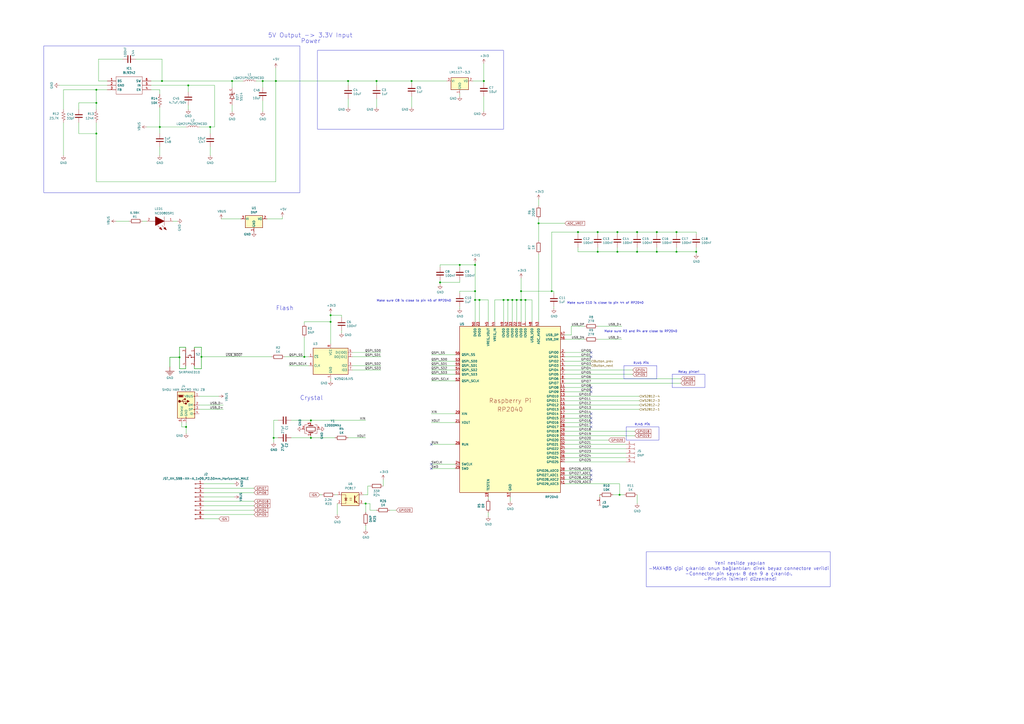
<source format=kicad_sch>
(kicad_sch (version 20231120) (generator "eeschema") (generator_version "8.0")
  (paper "A2")
  (junction (at 176.53 207.01))
  (junction (at 134.62 46.99))
  (junction (at 116.84 207.01))
  (junction (at 302.26 173.99))
  (junction (at 191.77 182.88))
  (junction (at 294.64 173.99))
  (junction (at 292.1 173.99))
  (junction (at 109.22 49.53))
  (junction (at 297.18 173.99))
  (junction (at 152.4 46.99))
  (junction (at 158.75 254))
  (junction (at 369.57 146.05))
  (junction (at 312.42 129.54))
  (junction (at 335.28 134.62))
  (junction (at 278.13 173.99))
  (junction (at 180.34 243.84))
  (junction (at 104.14 207.264))
  (junction (at 275.59 173.99))
  (junction (at 275.59 153.67))
  (junction (at 280.67 46.99))
  (junction (at 275.59 168.91))
  (junction (at 304.8 173.99))
  (junction (at 191.77 186.69))
  (junction (at 92.71 73.66))
  (junction (at 107.95 247.65))
  (junction (at 299.72 173.99))
  (junction (at 346.71 146.05))
  (junction (at 55.88 77.47))
  (junction (at 55.88 59.69))
  (junction (at 392.43 146.05))
  (junction (at 212.09 292.1))
  (junction (at 302.26 168.91))
  (junction (at 238.76 46.99))
  (junction (at 369.57 134.62))
  (junction (at 358.14 146.05))
  (junction (at 93.98 46.99))
  (junction (at 359.41 287.02))
  (junction (at 403.86 146.05))
  (junction (at 346.71 134.62))
  (junction (at 381 146.05))
  (junction (at 266.7 153.67))
  (junction (at 320.04 168.91))
  (junction (at 381 134.62))
  (junction (at 180.34 254))
  (junction (at 255.27 163.83))
  (junction (at 201.93 46.99))
  (junction (at 160.02 46.99))
  (junction (at 121.92 73.66))
  (junction (at 55.88 52.07))
  (junction (at 392.43 134.62))
  (junction (at 358.14 134.62))
  (junction (at 218.44 46.99))
  (no_connect (at 250.19 269.24))
  (no_connect (at 250.19 257.81))
  (no_connect (at 342.9 240.03))
  (no_connect (at 342.9 227.33))
  (no_connect (at 342.9 224.79))
  (no_connect (at 342.9 247.65))
  (no_connect (at 342.9 207.01))
  (no_connect (at 342.9 275.59))
  (no_connect (at 342.9 204.47))
  (no_connect (at 342.9 242.57))
  (no_connect (at 342.9 245.11))
  (no_connect (at 342.9 273.05))
  (no_connect (at 250.19 271.78))
  (no_connect (at 342.9 278.13))
  (wire (pts (xy 266.7 154.94) (xy 266.7 153.67)))
  (wire (pts (xy 359.41 287.02) (xy 361.95 287.02)))
  (wire (pts (xy 392.43 146.05) (xy 381 146.05)))
  (wire (pts (xy 109.22 49.53) (xy 124.46 49.53)))
  (wire (pts (xy 266.7 170.18) (xy 266.7 168.91)))
  (wire (pts (xy 278.13 186.69) (xy 278.13 173.99)))
  (wire (pts (xy 327.66 237.49) (xy 370.84 237.49)))
  (wire (pts (xy 327.66 280.67) (xy 359.41 280.67)))
  (wire (pts (xy 381 134.62) (xy 392.43 134.62)))
  (wire (pts (xy 147.32 285.75) (xy 118.11 285.75)))
  (wire (pts (xy 118.11 298.45) (xy 147.32 298.45)))
  (wire (pts (xy 392.43 143.51) (xy 392.43 146.05)))
  (wire (pts (xy 381 135.89) (xy 381 134.62)))
  (wire (pts (xy 327.66 273.05) (xy 342.9 273.05)))
  (wire (pts (xy 280.67 36.83) (xy 280.67 46.99)))
  (wire (pts (xy 180.34 252.73) (xy 180.34 254)))
  (wire (pts (xy 346.71 196.85) (xy 360.68 196.85)))
  (wire (pts (xy 134.62 60.96) (xy 134.62 64.77)))
  (wire (pts (xy 154.94 127) (xy 163.83 127)))
  (wire (pts (xy 283.21 173.99) (xy 278.13 173.99)))
  (wire (pts (xy 134.62 50.8) (xy 134.62 46.99)))
  (wire (pts (xy 104.14 207.264) (xy 104.14 213.868)) (stroke (width 0.254)))
  (wire (pts (xy 212.09 304.8) (xy 212.09 307.34)))
  (wire (pts (xy 327.66 257.81) (xy 363.22 257.81)))
  (wire (pts (xy 105.41 247.65) (xy 105.41 245.11)))
  (wire (pts (xy 264.16 245.11) (xy 250.19 245.11)))
  (wire (pts (xy 392.43 146.05) (xy 403.86 146.05)))
  (wire (pts (xy 312.42 129.54) (xy 327.66 129.54)))
  (wire (pts (xy 176.53 186.69) (xy 191.77 186.69)))
  (wire (pts (xy 346.71 189.23) (xy 360.68 189.23)))
  (wire (pts (xy 255.27 162.56) (xy 255.27 163.83)))
  (wire (pts (xy 327.66 250.19) (xy 368.3 250.19)))
  (wire (pts (xy 115.57 73.66) (xy 121.92 73.66)))
  (wire (pts (xy 116.84 207.01) (xy 116.84 213.868)) (stroke (width 0.254)))
  (wire (pts (xy 335.28 143.51) (xy 335.28 146.05)))
  (wire (pts (xy 312.42 115.57) (xy 312.42 119.38)))
  (wire (pts (xy 392.43 135.89) (xy 392.43 134.62)))
  (wire (pts (xy 327.66 224.79) (xy 342.9 224.79)))
  (wire (pts (xy 161.29 254) (xy 158.75 254)))
  (wire (pts (xy 45.72 77.47) (xy 55.88 77.47)))
  (wire (pts (xy 327.66 247.65) (xy 342.9 247.65)))
  (wire (pts (xy 335.28 135.89) (xy 335.28 134.62)))
  (wire (pts (xy 222.25 278.13) (xy 222.25 281.94)))
  (wire (pts (xy 320.04 134.62) (xy 320.04 168.91)))
  (wire (pts (xy 180.34 254) (xy 194.31 254)))
  (wire (pts (xy 250.19 212.09) (xy 264.16 212.09)))
  (wire (pts (xy 327.66 234.95) (xy 370.84 234.95)))
  (wire (pts (xy 55.88 59.69) (xy 55.88 63.5)))
  (wire (pts (xy 358.14 146.05) (xy 346.71 146.05)))
  (wire (pts (xy 255.27 163.83) (xy 266.7 163.83)))
  (wire (pts (xy 381 146.05) (xy 369.57 146.05)))
  (wire (pts (xy 165.1 207.01) (xy 176.53 207.01)))
  (wire (pts (xy 116.84 201.422) (xy 116.84 207.01)) (stroke (width 0.254)))
  (wire (pts (xy 302.26 168.91) (xy 302.26 173.99)))
  (wire (pts (xy 36.83 52.07) (xy 55.88 52.07)))
  (wire (pts (xy 102.87 128.27) (xy 100.33 128.27)))
  (wire (pts (xy 118.11 293.37) (xy 147.32 293.37)))
  (wire (pts (xy 321.31 168.91) (xy 320.04 168.91)))
  (wire (pts (xy 152.4 46.99) (xy 160.02 46.99)))
  (wire (pts (xy 85.09 73.66) (xy 92.71 73.66)))
  (wire (pts (xy 158.75 254) (xy 158.75 256.54)))
  (wire (pts (xy 369.57 292.1) (xy 369.57 287.02)))
  (wire (pts (xy 250.19 217.17) (xy 264.16 217.17)))
  (wire (pts (xy 331.47 189.23) (xy 339.09 189.23)))
  (wire (pts (xy 292.1 173.99) (xy 294.64 173.99)))
  (wire (pts (xy 176.53 195.58) (xy 176.53 207.01)))
  (wire (pts (xy 57.15 34.29) (xy 57.15 46.99)))
  (wire (pts (xy 278.13 173.99) (xy 275.59 173.99)))
  (wire (pts (xy 212.09 297.18) (xy 212.09 292.1)))
  (wire (pts (xy 266.7 163.83) (xy 266.7 162.56)))
  (wire (pts (xy 327.66 194.31) (xy 331.47 194.31)))
  (wire (pts (xy 212.09 292.1) (xy 210.82 292.1)))
  (wire (pts (xy 180.34 245.11) (xy 180.34 243.84)))
  (wire (pts (xy 204.47 212.09) (xy 220.98 212.09)))
  (wire (pts (xy 266.7 54.61) (xy 266.7 55.88)))
  (wire (pts (xy 128.27 127) (xy 139.7 127)))
  (wire (pts (xy 107.95 245.11) (xy 107.95 247.65)))
  (wire (pts (xy 92.71 73.66) (xy 107.95 73.66)))
  (wire (pts (xy 191.77 181.61) (xy 191.77 182.88)))
  (wire (pts (xy 275.59 152.4) (xy 275.59 153.67)))
  (wire (pts (xy 327.66 222.25) (xy 394.97 222.25)))
  (wire (pts (xy 62.23 49.53) (xy 34.29 49.53)))
  (wire (pts (xy 346.71 143.51) (xy 346.71 146.05)))
  (wire (pts (xy 98.552 207.264) (xy 104.14 207.264)) (stroke (width 0.254)))
  (wire (pts (xy 264.16 271.78) (xy 250.19 271.78)))
  (wire (pts (xy 55.88 71.12) (xy 55.88 77.47)))
  (wire (pts (xy 167.64 212.09) (xy 179.07 212.09)))
  (wire (pts (xy 92.71 62.23) (xy 92.71 73.66)))
  (wire (pts (xy 238.76 46.99) (xy 238.76 48.26)))
  (wire (pts (xy 346.71 135.89) (xy 346.71 134.62)))
  (wire (pts (xy 55.88 77.47) (xy 55.88 105.41)))
  (wire (pts (xy 201.93 49.53) (xy 201.93 46.99)))
  (wire (pts (xy 264.16 269.24) (xy 250.19 269.24)))
  (wire (pts (xy 327.66 240.03) (xy 342.9 240.03)))
  (wire (pts (xy 204.47 204.47) (xy 220.98 204.47)))
  (wire (pts (xy 287.02 186.69) (xy 287.02 173.99)))
  (wire (pts (xy 287.02 173.99) (xy 292.1 173.99)))
  (wire (pts (xy 55.88 52.07) (xy 62.23 52.07)))
  (wire (pts (xy 104.14 207.264) (xy 104.14 201.422)) (stroke (width 0.254)))
  (wire (pts (xy 302.26 173.99) (xy 304.8 173.99)))
  (wire (pts (xy 347.98 288.29) (xy 347.98 287.02)))
  (wire (pts (xy 98.552 212.852) (xy 98.552 207.264)) (stroke (width 0.254)))
  (wire (pts (xy 107.696 213.868) (xy 107.696 212.344)) (stroke (width 0.254)))
  (wire (pts (xy 152.4 46.99) (xy 152.4 50.8)))
  (wire (pts (xy 218.44 295.91) (xy 214.63 295.91)))
  (wire (pts (xy 321.31 177.8) (xy 321.31 179.07)))
  (wire (pts (xy 214.63 281.94) (xy 213.36 281.94)))
  (wire (pts (xy 403.86 146.05) (xy 403.86 147.32)))
  (wire (pts (xy 327.66 207.01) (xy 342.9 207.01)))
  (wire (pts (xy 118.11 280.67) (xy 135.89 280.67)))
  (wire (pts (xy 191.77 182.88) (xy 191.77 186.69)))
  (wire (pts (xy 264.16 257.81) (xy 250.19 257.81)))
  (wire (pts (xy 104.14 213.868) (xy 107.696 213.868)) (stroke (width 0.254)))
  (wire (pts (xy 312.42 127) (xy 312.42 129.54)))
  (wire (pts (xy 283.21 186.69) (xy 283.21 173.99)))
  (wire (pts (xy 194.31 287.02) (xy 195.58 287.02)))
  (wire (pts (xy 204.47 214.63) (xy 220.98 214.63)))
  (wire (pts (xy 36.83 71.12) (xy 36.83 90.17)))
  (wire (pts (xy 82.55 128.27) (xy 85.09 128.27)))
  (wire (pts (xy 369.57 135.89) (xy 369.57 134.62)))
  (wire (pts (xy 195.58 298.45) (xy 195.58 292.1)))
  (wire (pts (xy 255.27 163.83) (xy 255.27 165.1)))
  (wire (pts (xy 109.22 60.96) (xy 109.22 63.5)))
  (wire (pts (xy 55.88 105.41) (xy 160.02 105.41)))
  (wire (pts (xy 152.4 64.77) (xy 152.4 58.42)))
  (wire (pts (xy 226.06 295.91) (xy 229.87 295.91)))
  (wire (pts (xy 358.14 134.62) (xy 369.57 134.62)))
  (wire (pts (xy 302.26 186.69) (xy 302.26 173.99)))
  (wire (pts (xy 168.91 254) (xy 180.34 254)))
  (wire (pts (xy 107.696 201.422) (xy 107.696 202.184)) (stroke (width 0.254)))
  (wire (pts (xy 392.43 134.62) (xy 403.86 134.62)))
  (wire (pts (xy 129.54 237.49) (xy 115.57 237.49)))
  (wire (pts (xy 204.47 207.01) (xy 220.98 207.01)))
  (wire (pts (xy 299.72 173.99) (xy 302.26 173.99)))
  (wire (pts (xy 118.11 290.83) (xy 147.32 290.83)))
  (wire (pts (xy 299.72 186.69) (xy 299.72 173.99)))
  (wire (pts (xy 250.19 240.03) (xy 264.16 240.03)))
  (wire (pts (xy 201.93 57.15) (xy 201.93 62.23)))
  (wire (pts (xy 250.19 214.63) (xy 264.16 214.63)))
  (wire (pts (xy 160.02 46.99) (xy 201.93 46.99)))
  (wire (pts (xy 275.59 168.91) (xy 275.59 173.99)))
  (wire (pts (xy 129.54 234.95) (xy 115.57 234.95)))
  (wire (pts (xy 218.44 57.15) (xy 218.44 62.23)))
  (wire (pts (xy 214.63 295.91) (xy 214.63 292.1)))
  (wire (pts (xy 92.71 52.07) (xy 92.71 54.61)))
  (wire (pts (xy 67.31 128.27) (xy 74.93 128.27)))
  (wire (pts (xy 327.66 267.97) (xy 363.22 267.97)))
  (wire (pts (xy 45.72 71.12) (xy 45.72 77.47)))
  (wire (pts (xy 198.12 184.15) (xy 198.12 182.88)))
  (wire (pts (xy 92.71 73.66) (xy 92.71 77.47)))
  (wire (pts (xy 163.83 125.73) (xy 163.83 127)))
  (wire (pts (xy 161.29 243.84) (xy 158.75 243.84)))
  (wire (pts (xy 127 229.87) (xy 115.57 229.87)))
  (wire (pts (xy 185.42 287.02) (xy 186.69 287.02)))
  (wire (pts (xy 327.66 209.55) (xy 342.9 209.55)))
  (wire (pts (xy 369.57 134.62) (xy 381 134.62)))
  (wire (pts (xy 255.27 153.67) (xy 266.7 153.67)))
  (wire (pts (xy 327.66 255.27) (xy 353.06 255.27)))
  (wire (pts (xy 250.19 209.55) (xy 264.16 209.55)))
  (wire (pts (xy 297.18 173.99) (xy 299.72 173.99)))
  (wire (pts (xy 275.59 153.67) (xy 275.59 168.91)))
  (wire (pts (xy 158.75 243.84) (xy 158.75 254)))
  (wire (pts (xy 45.72 59.69) (xy 55.88 59.69)))
  (wire (pts (xy 218.44 46.99) (xy 218.44 49.53)))
  (wire (pts (xy 302.26 168.91) (xy 302.26 161.29)))
  (wire (pts (xy 148.59 46.99) (xy 152.4 46.99)))
  (wire (pts (xy 45.72 59.69) (xy 45.72 63.5)))
  (wire (pts (xy 191.77 186.69) (xy 191.77 199.39)))
  (wire (pts (xy 312.42 129.54) (xy 312.42 139.7)))
  (wire (pts (xy 121.92 73.66) (xy 124.46 73.66)))
  (wire (pts (xy 57.15 46.99) (xy 62.23 46.99)))
  (wire (pts (xy 147.32 283.21) (xy 118.11 283.21)))
  (wire (pts (xy 359.41 287.02) (xy 359.41 280.67)))
  (wire (pts (xy 238.76 55.88) (xy 238.76 62.23)))
  (wire (pts (xy 87.63 52.07) (xy 92.71 52.07)))
  (wire (pts (xy 36.83 52.07) (xy 36.83 63.5)))
  (wire (pts (xy 112.776 201.422) (xy 112.776 202.184)) (stroke (width 0.254)))
  (wire (pts (xy 304.8 173.99) (xy 308.61 173.99)))
  (wire (pts (xy 280.67 55.88) (xy 280.67 64.77)))
  (wire (pts (xy 87.63 46.99) (xy 93.98 46.99)))
  (wire (pts (xy 403.86 135.89) (xy 403.86 134.62)))
  (wire (pts (xy 335.28 134.62) (xy 320.04 134.62)))
  (wire (pts (xy 294.64 186.69) (xy 294.64 173.99)))
  (wire (pts (xy 109.22 49.53) (xy 109.22 53.34)))
  (wire (pts (xy 213.36 287.02) (xy 210.82 287.02)))
  (wire (pts (xy 92.71 85.09) (xy 92.71 90.17)))
  (wire (pts (xy 335.28 134.62) (xy 346.71 134.62)))
  (wire (pts (xy 381 143.51) (xy 381 146.05)))
  (wire (pts (xy 321.31 170.18) (xy 321.31 168.91)))
  (wire (pts (xy 403.86 143.51) (xy 403.86 146.05)))
  (wire (pts (xy 266.7 168.91) (xy 275.59 168.91)))
  (wire (pts (xy 124.46 49.53) (xy 124.46 73.66)))
  (wire (pts (xy 275.59 173.99) (xy 275.59 186.69)))
  (wire (pts (xy 312.42 147.32) (xy 312.42 186.69)))
  (wire (pts (xy 327.66 262.89) (xy 363.22 262.89)))
  (wire (pts (xy 255.27 154.94) (xy 255.27 153.67)))
  (wire (pts (xy 327.66 260.35) (xy 363.22 260.35)))
  (wire (pts (xy 264.16 205.74) (xy 250.19 205.74)))
  (wire (pts (xy 87.63 49.53) (xy 109.22 49.53)))
  (wire (pts (xy 327.66 227.33) (xy 342.9 227.33)))
  (wire (pts (xy 327.66 252.73) (xy 368.3 252.73)))
  (wire (pts (xy 116.84 207.01) (xy 157.48 207.01)))
  (wire (pts (xy 104.14 201.422) (xy 107.696 201.422)) (stroke (width 0.254)))
  (wire (pts (xy 201.93 254) (xy 212.09 254)))
  (wire (pts (xy 327.66 242.57) (xy 342.9 242.57)))
  (wire (pts (xy 214.63 292.1) (xy 212.09 292.1)))
  (wire (pts (xy 327.66 204.47) (xy 342.9 204.47)))
  (wire (pts (xy 116.84 201.422) (xy 112.776 201.422)) (stroke (width 0.254)))
  (wire (pts (xy 107.95 247.65) (xy 107.95 251.46)))
  (wire (pts (xy 201.93 46.99) (xy 218.44 46.99)))
  (wire (pts (xy 176.53 187.96) (xy 176.53 186.69)))
  (wire (pts (xy 107.95 247.65) (xy 105.41 247.65)))
  (wire (pts (xy 78.74 34.29) (xy 93.98 34.29)))
  (wire (pts (xy 118.11 295.91) (xy 147.32 295.91)))
  (wire (pts (xy 266.7 153.67) (xy 275.59 153.67)))
  (wire (pts (xy 327.66 219.71) (xy 394.97 219.71)))
  (wire (pts (xy 297.18 186.69) (xy 297.18 173.99)))
  (wire (pts (xy 55.88 52.07) (xy 55.88 59.69)))
  (wire (pts (xy 327.66 265.43) (xy 363.22 265.43)))
  (wire (pts (xy 134.62 46.99) (xy 140.97 46.99)))
  (wire (pts (xy 327.66 232.41) (xy 370.84 232.41)))
  (wire (pts (xy 355.6 287.02) (xy 359.41 287.02)))
  (wire (pts (xy 295.91 288.29) (xy 295.91 290.83)))
  (wire (pts (xy 160.02 46.99) (xy 160.02 105.41)))
  (wire (pts (xy 266.7 177.8) (xy 266.7 179.07)))
  (wire (pts (xy 320.04 168.91) (xy 302.26 168.91)))
  (wire (pts (xy 238.76 46.99) (xy 259.08 46.99)))
  (wire (pts (xy 327.66 275.59) (xy 342.9 275.59)))
  (wire (pts (xy 294.64 173.99) (xy 297.18 173.99)))
  (wire (pts (xy 327.66 212.09) (xy 342.9 212.09)))
  (wire (pts (xy 118.11 288.29) (xy 135.89 288.29)))
  (wire (pts (xy 57.15 34.29) (xy 71.12 34.29)))
  (wire (pts (xy 160.02 39.37) (xy 160.02 46.99)))
  (wire (pts (xy 93.98 46.99) (xy 134.62 46.99)))
  (wire (pts (xy 327.66 245.11) (xy 342.9 245.11)))
  (wire (pts (xy 369.57 146.05) (xy 358.14 146.05)))
  (wire (pts (xy 346.71 146.05) (xy 335.28 146.05)))
  (wire (pts (xy 127 300.99) (xy 118.11 300.99)))
  (wire (pts (xy 191.77 219.71) (xy 191.77 220.98)))
  (wire (pts (xy 121.92 77.47) (xy 121.92 73.66)))
  (wire (pts (xy 292.1 186.69) (xy 292.1 173.99)))
  (wire (pts (xy 218.44 46.99) (xy 238.76 46.99)))
  (wire (pts (xy 369.57 143.51) (xy 369.57 146.05)))
  (wire (pts (xy 331.47 189.23) (xy 331.47 194.31)))
  (wire (pts (xy 327.66 278.13) (xy 342.9 278.13)))
  (wire (pts (xy 358.14 135.89) (xy 358.14 134.62)))
  (wire (pts (xy 308.61 186.69) (xy 308.61 173.99)))
  (wire (pts (xy 280.67 48.26) (xy 280.67 46.99)))
  (wire (pts (xy 327.66 229.87) (xy 370.84 229.87)))
  (wire (pts (xy 327.66 196.85) (xy 339.09 196.85)))
  (wire (pts (xy 304.8 173.99) (xy 304.8 186.69)))
  (wire (pts (xy 198.12 182.88) (xy 191.77 182.88)))
  (wire (pts (xy 327.66 214.63) (xy 367.03 214.63)))
  (wire (pts (xy 213.36 281.94) (xy 213.36 287.02)))
  (wire (pts (xy 346.71 134.62) (xy 358.14 134.62)))
  (wire (pts (xy 112.776 213.868) (xy 112.776 212.344)) (stroke (width 0.254)))
  (wire (pts (xy 168.91 243.84) (xy 180.34 243.84)))
  (wire (pts (xy 121.92 90.17) (xy 121.92 85.09)))
  (wire (pts (xy 198.12 191.77) (xy 198.12 193.04)))
  (wire (pts (xy 264.16 220.98) (xy 250.19 220.98)))
  (wire (pts (xy 283.21 299.72) (xy 283.21 297.18)))
  (wire (pts (xy 176.53 207.01) (xy 179.07 207.01)))
  (wire (pts (xy 327.66 217.17) (xy 367.03 217.17)))
  (wire (pts (xy 274.32 46.99) (xy 280.67 46.99)))
  (wire (pts (xy 358.14 143.51) (xy 358.14 146.05)))
  (wire (pts (xy 180.34 243.84) (xy 212.09 243.84)))
  (wire (pts (xy 283.21 289.56) (xy 283.21 288.29)))
  (wire (pts (xy 93.98 34.29) (xy 93.98 46.99)))
  (wire (pts (xy 116.84 213.868) (xy 112.776 213.868)) (stroke (width 0.254)))
  (rectangle (start 25.4 26.67) (end 173.99 111.76))
  (rectangle (start 389.89 217.17) (end 408.94 224.79))
  (rectangle (start 361.95 212.09) (end 381 219.71))
  (rectangle (start 374.904 320.04) (end 481.584 340.36))
  (rectangle (start 363.22 247.65) (end 382.27 255.27))
  (rectangle (start 184.15 29.21) (end 292.1 74.93))
  (text "RJ45 PİN \n" (at 372.364 210.82 0) (effects (font (size 1.27 1.27))))
  (text "Flash" (at 160.02 180.34 0) (effects (font (size 2.54 2.54)) (justify left bottom)))
  (text "Make sure C10 is close to pin 44 of RP2040" (at 328.93 176.53 0) (effects (font (size 1.27 1.27)) (justify left bottom)))
  (text "Relay pinleri\n" (at 399.542 215.9 0) (effects (font (size 1.27 1.27))))
  (text "Power" (at 174.498 25.4 0) (effects (font (size 2.54 2.54)) (justify left bottom)))
  (text "RJ45 PİN \n" (at 373.126 246.38 0) (effects (font (size 1.27 1.27))))
  (text "Make sure C8 is close to pin 45 of RP2040" (at 218.44 175.26 0) (effects (font (size 1.27 1.27)) (justify left bottom)))
  (text "Crystal" (at 173.99 232.41 0) (effects (font (size 2.54 2.54)) (justify left bottom)))
  (text "5V Output -> 3.3V Input" (at 155.448 22.098 0) (effects (font (size 2.54 2.54)) (justify left bottom)))
  (text "Make sure R3 and R4 are close to RP2040" (at 350.52 193.04 0) (effects (font (size 1.27 1.27)) (justify left bottom)))
  (text "Yeni nesilde yapılan\n-MAX485 çipi çıkarıldı onun bağlantıları direk beyaz connectore verildi \n-Connector pin sayısı 8 den 9 a çıkarıldı. \n-Pinlerin isimleri düzenlendi\n" (at 429.26 331.47 0) (effects (font (size 1.905 1.905))))
  (label "GPIO8" (at 342.9 224.79 180))
  (label "USB_D+" (at 360.68 189.23 180))
  (label "SWD" (at 250.19 271.78 0))
  (label "GPIO3" (at 342.9 212.09 180))
  (label "GPIO21" (at 342.9 257.81 180))
  (label "GPIO2" (at 342.9 209.55 180))
  (label "QSPI_SD0" (at 220.98 204.47 180))
  (label "GPIO0" (at 342.9 204.47 180))
  (label "QSPI_SD3" (at 250.19 217.17 0))
  (label "GPIO26_ADC0" (at 342.9 273.05 180))
  (label "GPIO6" (at 342.9 219.71 180))
  (label "GPIO14" (at 342.9 240.03 180))
  (label "QSPI_SD1" (at 250.19 212.09 0))
  (label "GPIO17" (at 342.9 247.65 180))
  (label "GPIO20" (at 342.9 255.27 180))
  (label "GPIO22" (at 342.9 260.35 180))
  (label "USB_D-" (at 360.68 196.85 180))
  (label "QSPI_SD2" (at 220.98 212.09 180))
  (label "GPIO16" (at 342.9 245.11 180))
  (label "GPIO15" (at 342.9 242.57 180))
  (label "RUN" (at 250.19 257.81 0))
  (label "QSPI_SD0" (at 250.19 209.55 0))
  (label "QSPI_SD3" (at 220.98 214.63 180))
  (label "GPIO13" (at 342.9 237.49 180))
  (label "QSPI_SCLK" (at 167.64 212.09 0))
  (label "QSPI_SCLK" (at 250.19 220.98 0))
  (label "XOUT" (at 250.19 245.11 0))
  (label "GPIO27_ADC1" (at 342.9 275.59 180))
  (label "USB_DN" (at 331.47 196.85 0))
  (label "GPIO7" (at 342.9 222.25 180))
  (label "GPIO12" (at 342.9 234.95 180))
  (label "GPIO11" (at 342.9 232.41 180))
  (label "GPIO1" (at 342.9 207.01 180))
  (label "QSPI_SD2" (at 250.19 214.63 0))
  (label "QSPI_SD1" (at 220.98 207.01 180))
  (label "GPIO4" (at 342.9 214.63 180))
  (label "GPIO28_ADC2" (at 342.9 278.13 180))
  (label "GPIO25" (at 342.9 267.97 180))
  (label "GPIO18" (at 342.9 250.19 180))
  (label "USB_D-" (at 129.54 234.95 180))
  (label "XOUT" (at 212.09 254 180))
  (label "GPIO24" (at 342.9 265.43 180))
  (label "GPIO10" (at 342.9 229.87 180))
  (label "~{USB_BOOT}" (at 130.81 207.01 0))
  (label "SWCLK" (at 250.19 269.24 0))
  (label "USB_DP" (at 331.47 189.23 0))
  (label "GPIO23" (at 342.9 262.89 180))
  (label "GPIO5" (at 342.9 217.17 180))
  (label "XIN" (at 212.09 243.84 180))
  (label "GPIO9" (at 342.9 227.33 180))
  (label "QSPI_SS" (at 250.19 205.74 0))
  (label "GPIO19" (at 342.9 252.73 180))
  (label "QSPI_SS" (at 167.64 207.01 0))
  (label "XIN" (at 250.19 240.03 0))
  (label "GPIO29_ADC3" (at 342.9 280.67 180))
  (label "USB_D+" (at 129.54 237.49 180))
  (global_label "GPIO19" (shape input) (at 368.3 252.73 0) (property "Intersheetrefs" "${INTERSHEET_REFS}" (effects (hide yes))))
  (global_label "GPIO5" (shape input) (at 147.32 298.45 0) (property "Intersheetrefs" "${INTERSHEET_REFS}" (effects (hide yes))))
  (global_label "GPIO19" (shape input) (at 147.32 293.37 0) (property "Intersheetrefs" "${INTERSHEET_REFS}" (effects (hide yes))))
  (global_label "GPIO20" (shape input) (at 229.87 295.91 0) (property "Intersheetrefs" "${INTERSHEET_REFS}" (effects (hide yes))))
  (global_label "GPIO5" (shape input) (at 367.03 217.17 0) (property "Intersheetrefs" "${INTERSHEET_REFS}" (effects (hide yes))))
  (global_label "IGN" (shape input) (at 127 300.99 0) (property "Intersheetrefs" "${INTERSHEET_REFS}" (effects (hide yes))))
  (global_label "GPIO6" (shape input) (at 147.32 285.75 0) (property "Intersheetrefs" "${INTERSHEET_REFS}" (effects (hide yes))))
  (global_label "GPIO20" (shape input) (at 353.06 255.27 0) (property "Intersheetrefs" "${INTERSHEET_REFS}" (effects (hide yes))))
  (global_label "GPIO7" (shape input) (at 147.32 283.21 0) (property "Intersheetrefs" "${INTERSHEET_REFS}" (effects (hide yes))))
  (global_label "GPIO7" (shape input) (at 394.97 222.25 0) (property "Intersheetrefs" "${INTERSHEET_REFS}" (effects (hide yes))))
  (global_label "GPIO18" (shape input) (at 147.32 290.83 0) (property "Intersheetrefs" "${INTERSHEET_REFS}" (effects (hide yes))))
  (global_label "GPIO6" (shape input) (at 394.97 219.71 0) (property "Intersheetrefs" "${INTERSHEET_REFS}" (effects (hide yes))))
  (global_label "GPIO18" (shape input) (at 368.3 250.19 0) (property "Intersheetrefs" "${INTERSHEET_REFS}" (effects (hide yes))))
  (global_label "ADC_VREF" (shape input) (at 327.66 129.54 0) (property "Intersheetrefs" "${INTERSHEET_REFS}" (effects (hide yes))))
  (global_label "GPIO4" (shape input) (at 147.32 295.91 0) (property "Intersheetrefs" "${INTERSHEET_REFS}" (effects (hide yes))))
  (global_label "IGN" (shape input) (at 185.42 287.02 180) (property "Intersheetrefs" "${INTERSHEET_REFS}" (effects (hide yes))))
  (global_label "GPIO4" (shape input) (at 367.03 214.63 0) (property "Intersheetrefs" "${INTERSHEET_REFS}" (effects (hide yes))))
  (hierarchical_label "WS2812-2" (shape input) (at 370.84 234.95 0))
  (hierarchical_label "Button_prev" (shape input) (at 342.9 209.55 0))
  (hierarchical_label "Button_next" (shape input) (at 342.9 212.09 0))
  (hierarchical_label "WS2812-3" (shape input) (at 370.84 232.41 0))
  (hierarchical_label "WS2812-1" (shape input) (at 370.84 237.49 0))
  (hierarchical_label "WS2812-4" (shape input) (at 370.84 229.87 0))
  (symbol (lib_id "Device:R_US") (at 92.71 58.42 0) (mirror y) (unit 1)
    (property "Reference" "R14" (at 91.44 57.15 0) (effects (justify left)))
    (property "Value" "10K" (at 91.44 59.69 0) (effects (justify left)))
    (property "Footprint" "Resistor_SMD:R_0603_1608Metric" (effects (hide yes)))
    (property "Description" "Resistor, US symbol" (effects (hide yes)))
    (property "MPN" "0603WAF1002T5E" (effects (hide yes)))
  )
  (symbol (lib_id "Device:R") (at 218.44 281.94 90) (unit 1)
    (property "Reference" "R24" (at 218.44 287.1978 90))
    (property "Value" "33R" (at 218.44 284.8864 90))
    (property "Footprint" "Capacitor_SMD:C_0402_1005Metric" (effects (hide yes)))
  )
  (symbol (lib_id "Device:C") (at 218.44 53.34 0) (unit 1)
    (property "Reference" "C3" (at 221.361 52.1716 0) (effects (justify left)))
    (property "Value" "1uF" (at 221.361 54.483 0) (effects (justify left)))
    (property "Footprint" "Capacitor_SMD:C_0805_2012Metric" (effects (hide yes)))
  )
  (symbol (lib_id "Device:R") (at 312.42 143.51 0) (unit 1)
    (property "Reference" "R7" (at 307.1622 143.51 90))
    (property "Value" "1R" (at 309.4736 143.51 90))
    (property "Footprint" "Capacitor_SMD:C_0402_1005Metric" (effects (hide yes)))
  )
  (symbol (lib_id "Device:C") (at 358.14 139.7 0) (unit 1)
    (property "Reference" "C14" (at 361.061 138.5316 0) (effects (justify left)))
    (property "Value" "100nF" (at 361.061 140.843 0) (effects (justify left)))
    (property "Footprint" "Capacitor_SMD:C_0402_1005Metric" (effects (hide yes)))
  )
  (symbol (lib_id "Device:R") (at 365.76 287.02 270) (unit 1)
    (property "Reference" "R11" (at 365.76 281.7622 90))
    (property "Value" "1K" (at 365.76 284.0736 90))
    (property "Footprint" "Capacitor_SMD:C_0402_1005Metric" (effects (hide yes)))
  )
  (symbol (lib_id "power:+1V1") (at 275.59 152.4 0) (unit 1)
    (property "Reference" "#PWR024" (effects (hide yes)))
    (property "Value" "+1V1" (at 275.971 148.0058 0))
  )
  (symbol (lib_id "power:GND") (at 92.71 90.17 0) (unit 1)
    (property "Reference" "#PWR034" (effects (hide yes)))
    (property "Value" "GND" (at 92.71 94.488 0))
  )
  (symbol (lib_id "Device:C") (at 403.86 139.7 0) (unit 1)
    (property "Reference" "C18" (at 406.781 138.5316 0) (effects (justify left)))
    (property "Value" "100nF" (at 406.781 140.843 0) (effects (justify left)))
    (property "Footprint" "Capacitor_SMD:C_0402_1005Metric" (effects (hide yes)))
  )
  (symbol (lib_id "Device:C") (at 335.28 139.7 0) (unit 1)
    (property "Reference" "C12" (at 338.201 138.5316 0) (effects (justify left)))
    (property "Value" "100nF" (at 338.201 140.843 0) (effects (justify left)))
    (property "Footprint" "Capacitor_SMD:C_0402_1005Metric" (effects (hide yes)))
  )
  (symbol (lib_id "power:GND") (at 36.83 90.17 0) (unit 1)
    (property "Reference" "#PWR06" (effects (hide yes)))
    (property "Value" "GND" (at 36.83 94.488 0))
  )
  (symbol (lib_id "power:GND") (at 121.92 90.17 0) (unit 1)
    (property "Reference" "#PWR035" (effects (hide yes)))
    (property "Value" "GND" (at 121.92 94.488 0))
  )
  (symbol (lib_id "power:GND") (at 280.67 64.77 0) (unit 1)
    (property "Reference" "#PWR020" (effects (hide yes)))
    (property "Value" "GND" (at 276.86 66.04 0))
  )
  (symbol (lib_id "Connector:Conn_01x01_Female") (at 347.98 293.37 270) (unit 1)
    (property "Reference" "J3" (at 349.25 291.4649 90) (effects (justify left)))
    (property "Value" "DNP" (at 349.25 294.0049 90) (effects (justify left)))
    (property "Footprint" "Connector_PinHeader_1.00mm:PinHeader_1x01_P1.00mm_Vertical" (effects (hide yes)))
  )
  (symbol (lib_id "Device:C") (at 266.7 158.75 0) (unit 1)
    (property "Reference" "C9" (at 269.621 157.5816 0) (effects (justify left)))
    (property "Value" "100nF" (at 269.621 159.893 0) (effects (justify left)))
    (property "Footprint" "Capacitor_SMD:C_0402_1005Metric" (effects (hide yes)))
  )
  (symbol (lib_id "power:+5V") (at 160.02 39.37 0) (unit 1)
    (property "Reference" "#PWR041" (effects (hide yes)))
    (property "Value" "+5V" (at 160.02 34.29 0))
    (property "Description" "Power symbol creates a global label with name \"+5V\"" (effects (hide yes)))
  )
  (symbol (lib_id "power:VBUS") (at 85.09 73.66 90) (unit 1)
    (property "Reference" "#PWR01" (effects (hide yes)))
    (property "Value" "VBUS" (at 80.6958 73.279 0))
  )
  (symbol (lib_id "Memory_Flash:W25Q128JVS") (at 191.77 209.55 0) (unit 1)
    (property "Reference" "U3" (at 182.88 199.39 0))
    (property "Value" "W25Q16JVS" (at 199.39 219.71 0))
    (property "Footprint" "Package_SO:SOIC-8_5.23x5.23mm_P1.27mm" (effects (hide yes)))
    (property "Datasheet" "http://www.winbond.com/resource-files/w25q128jv_dtr%20revc%2003272018%20plus.pdf" (effects (hide yes)))
  )
  (symbol (lib_id "power:+3V3") (at 280.67 36.83 0) (unit 1)
    (property "Reference" "#PWR019" (effects (hide yes)))
    (property "Value" "+3V3" (at 281.051 32.4358 0))
  )
  (symbol (lib_id "Device:R") (at 176.53 191.77 0) (unit 1)
    (property "Reference" "R3" (at 178.308 190.6016 0) (effects (justify left)))
    (property "Value" "DNP" (at 178.308 192.913 0) (effects (justify left)))
    (property "Footprint" "Capacitor_SMD:C_0402_1005Metric" (effects (hide yes)))
  )
  (symbol (lib_id "power:GND") (at 134.62 64.77 0) (unit 1)
    (property "Reference" "#PWR032" (effects (hide yes)))
    (property "Value" "GND" (at 134.62 69.088 0))
  )
  (symbol (lib_id "Device:C") (at 165.1 254 270) (unit 1)
    (property "Reference" "C2" (at 166.2684 256.921 0) (effects (justify left)))
    (property "Value" "27pF" (at 163.957 256.921 0) (effects (justify left)))
    (property "Footprint" "Capacitor_SMD:C_0402_1005Metric" (effects (hide yes)))
  )
  (symbol (lib_id "Device:R") (at 283.21 293.37 0) (unit 1)
    (property "Reference" "R5" (at 277.9522 293.37 90))
    (property "Value" "0R" (at 280.2636 293.37 90))
    (property "Footprint" "Capacitor_SMD:C_0402_1005Metric" (effects (hide yes)))
  )
  (symbol (lib_id "Connector:Conn_01x05_Female") (at 368.3 262.89 0) (unit 1)
    (property "Reference" "J5" (at 369.57 261.6199 0) (effects (justify left)))
    (property "Value" "DNP" (at 369.57 264.1599 0) (effects (justify left)))
    (property "Footprint" "Connector_PinHeader_2.00mm:PinHeader_1x05_P2.00mm_Vertical" (effects (hide yes)))
    (property "DNP" "DNP" (effects (hide yes)))
  )
  (symbol (lib_id "power:GND") (at 198.12 193.04 0) (unit 1)
    (property "Reference" "#PWR017" (effects (hide yes)))
    (property "Value" "GND" (at 201.93 194.31 0))
  )
  (symbol (lib_id "Device:C") (at 369.57 139.7 0) (unit 1)
    (property "Reference" "C15" (at 372.491 138.5316 0) (effects (justify left)))
    (property "Value" "100nF" (at 372.491 140.843 0) (effects (justify left)))
    (property "Footprint" "Capacitor_SMD:C_0402_1005Metric" (effects (hide yes)))
  )
  (symbol (lib_id "power:VBUS") (at 127 229.87 270) (unit 1)
    (property "Reference" "#PWR04" (effects (hide yes)))
    (property "Value" "VBUS" (at 131.3942 230.251 0))
  )
  (symbol (lib_id "Device:C") (at 152.4 54.61 0) (mirror x) (unit 1)
    (property "Reference" "C46" (at 150.876 52.324 0) (effects (justify right)))
    (property "Value" "10uF" (at 151.384 56.896 0) (effects (justify right)))
    (property "Footprint" "Capacitor_SMD:C_0603_1608Metric" (effects (hide yes)))
    (property "MPN" "CL10A106MO8NQNC" (effects (hide yes)))
  )
  (symbol (lib_id "power:+3V3") (at 302.26 161.29 0) (unit 1)
    (property "Reference" "#PWR027" (effects (hide yes)))
    (property "Value" "+3V3" (at 302.641 156.8958 0))
  )
  (symbol (lib_id "Device:R") (at 351.79 287.02 270) (unit 1)
    (property "Reference" "R10" (at 351.79 281.7622 90))
    (property "Value" "10K" (at 351.79 284.0736 90))
    (property "Footprint" "Capacitor_SMD:C_0402_1005Metric" (effects (hide yes)))
  )
  (symbol (lib_id "Device:R") (at 198.12 254 270) (unit 1)
    (property "Reference" "R4" (at 198.12 248.7422 90))
    (property "Value" "1K" (at 198.12 251.0536 90))
    (property "Footprint" "Capacitor_SMD:C_0402_1005Metric" (effects (hide yes)))
  )
  (symbol (lib_id "Isolator:PC817") (at 203.2 289.56 0) (unit 1)
    (property "Reference" "U6" (at 203.2 280.67 0))
    (property "Value" "PC817" (at 203.2 283.21 0))
    (property "Footprint" "Package_DIP:DIP-4_W7.62mm_SMDSocket_SmallPads" (effects (hide yes)))
    (property "Datasheet" "http://www.soselectronic.cz/a_info/resource/d/pc817.pdf" (effects (hide yes)))
    (property "Description" "DC Optocoupler, Vce 35V, CTR 50-300%, DIP-4" (effects (hide yes)))
  )
  (symbol (lib_id "Device:C") (at 92.71 81.28 0) (mirror x) (unit 1)
    (property "Reference" "C48" (at 99.314 82.296 0) (effects (justify right)))
    (property "Value" "1uF" (at 99.06 80.264 0) (effects (justify right)))
    (property "Footprint" "Capacitor_SMD:C_0603_1608Metric" (effects (hide yes)))
  )
  (symbol (lib_id "NINA-B411-altium-import:GND") (at 98.552 212.852 0) (unit 1)
    (property "Reference" "#PWR049" (effects (hide yes)))
    (property "Value" "GND" (at 98.552 219.202 0))
  )
  (symbol (lib_id "Device:C") (at 121.92 81.28 0) (mirror x) (unit 1)
    (property "Reference" "C47" (at 119.126 82.296 0) (effects (justify right)))
    (property "Value" "10uF" (at 119.38 80.264 0) (effects (justify right)))
    (property "Footprint" "Capacitor_SMD:C_0603_1608Metric" (effects (hide yes)))
    (property "MPN" "CL10A106MO8NQNC" (effects (hide yes)))
  )
  (symbol (lib_name "SY8113B_2") (lib_id "SY8113B:SY8113B") (at 62.23 46.99 0) (unit 1)
    (property "Reference" "IC1" (at 74.93 39.624 0))
    (property "Value" "BL9342" (at 74.93 42.164 0))
    (property "Footprint" "Package_TO_SOT_SMD:SOT-23-6" (effects (hide yes)))
    (property "MPN" "BL9342" (effects (hide yes)))
  )
  (symbol (lib_id "Device:C") (at 165.1 243.84 270) (unit 1)
    (property "Reference" "C1" (at 166.2684 246.761 0) (effects (justify left)))
    (property "Value" "27pF" (at 163.957 246.761 0) (effects (justify left)))
    (property "Footprint" "Capacitor_SMD:C_0402_1005Metric" (effects (hide yes)))
  )
  (symbol (lib_id "Connector:USB_OTG") (at 107.95 234.95 0) (unit 1)
    (property "Reference" "J4" (at 105.156 224.028 0) (effects (justify left)))
    (property "Value" "SHOU HAN MICRO XNJ ZB" (at 93.98 226.06 0) (effects (justify left)))
    (property "Footprint" "Footprint Library:Micro-B SMD" (effects (hide yes)))
    (property "Datasheet" " ~" (effects (hide yes)))
    (property "Description" "USB mini/micro connector" (effects (hide yes)))
    (property "MPN" "SHOU HAN MICRO XNJ ZB" (effects (hide yes)))
  )
  (symbol (lib_id "power:VBUS") (at 67.31 128.27 90) (unit 1)
    (property "Reference" "#PWR045" (effects (hide yes)))
    (property "Value" "VBUS" (at 62.9158 127.889 0))
  )
  (symbol (lib_id "power:VBUS") (at 128.27 127 0) (unit 1)
    (property "Reference" "#PWR048" (effects (hide yes)))
    (property "Value" "VBUS" (at 128.651 122.6058 0))
  )
  (symbol (lib_id "Regulator_Linear:LM1117-3.3") (at 147.32 127 0) (unit 1)
    (property "Reference" "U1" (at 147.32 120.65 0))
    (property "Value" "DNP" (at 147.32 123.19 0))
    (property "Footprint" "Package_TO_SOT_SMD:SOT-223-3_TabPin2" (effects (hide yes)))
    (property "Datasheet" "http://www.ti.com/lit/ds/symlink/lm1117.pdf" (effects (hide yes)))
  )
  (symbol (lib_id "Device:C") (at 238.76 52.07 0) (unit 1)
    (property "Reference" "C5" (at 241.681 50.9016 0) (effects (justify left)))
    (property "Value" "1uF" (at 241.681 53.213 0) (effects (justify left)))
    (property "Footprint" "Capacitor_SMD:C_0805_2012Metric" (effects (hide yes)))
  )
  (symbol (lib_id "power:GND") (at 403.86 147.32 0) (unit 1)
    (property "Reference" "#PWR031" (effects (hide yes)))
    (property "Value" "GND" (at 403.987 151.7142 0))
  )
  (symbol (lib_id "power:GND") (at 266.7 55.88 0) (unit 1)
    (property "Reference" "#PWR016" (effects (hide yes)))
    (property "Value" "GND" (at 262.89 57.15 0))
  )
  (symbol (lib_id "Connector:Conn_01x09_Pin") (at 113.03 290.83 0) (unit 1)
    (property "Reference" "J2" (at 119.38 275.082 0))
    (property "Value" "JST_XH_S9B-XH-A_1x09_P2.50mm_Horizontal_MALE" (at 119.38 277.622 0))
    (property "Footprint" "Connector_JST:JST_XH_S9B-XH-A_1x09_P2.50mm_Horizontal" (effects (hide yes)))
    (property "Description" "Generic connector, single row, 01x09, script generated" (effects (hide yes)))
  )
  (symbol (lib_id "Device:L") (at 144.78 46.99 270) (mirror x) (unit 1)
    (property "Reference" "L1" (at 144.78 43.18 90))
    (property "Value" "LQM21PN2R2MC0D" (at 144.272 45.212 90))
    (property "Footprint" "Inductor_SMD:L_0805_2012Metric" (effects (hide yes)))
    (property "MPN" "LQM21PN2R2MC0D" (effects (hide yes)))
  )
  (symbol (lib_id "power:GND") (at 185.42 248.92 90) (unit 1)
    (property "Reference" "#PWR013" (effects (hide yes)))
    (property "Value" "GND" (at 186.69 252.73 0))
  )
  (symbol (lib_id "power:GND") (at 102.87 128.27 90) (unit 1)
    (property "Reference" "#PWR02" (effects (hide yes)))
    (property "Value" "GND" (at 104.14 132.08 0))
  )
  (symbol (lib_id "Device:C") (at 201.93 53.34 0) (unit 1)
    (property "Reference" "C4" (at 204.851 52.1716 0) (effects (justify left)))
    (property "Value" "10uF" (at 204.851 54.483 0) (effects (justify left)))
    (property "Footprint" "Capacitor_SMD:C_0805_2012Metric" (effects (hide yes)))
  )
  (symbol (lib_id "power:GND") (at 152.4 64.77 0) (unit 1)
    (property "Reference" "#PWR033" (effects (hide yes)))
    (property "Value" "GND" (at 152.4 69.088 0))
  )
  (symbol (lib_id "Device:Crystal_GND24") (at 180.34 248.92 90) (unit 1)
    (property "Reference" "Y1" (at 193.04 244.221 90))
    (property "Value" "12000Mhz" (at 193.04 246.761 90))
    (property "Footprint" "Crystal:Crystal_SMD_3225-4Pin_3.2x2.5mm" (effects (hide yes)))
  )
  (symbol (lib_id "power:GND") (at 201.93 62.23 0) (unit 1)
    (property "Reference" "#PWR011" (effects (hide yes)))
    (property "Value" "GND" (at 198.12 63.5 0))
  )
  (symbol (lib_id "power:+3V3") (at 312.42 115.57 0) (unit 1)
    (property "Reference" "#PWR028" (effects (hide yes)))
    (property "Value" "+3V3" (at 312.801 111.1758 0))
  )
  (symbol (lib_id "power:GND") (at 266.7 179.07 0) (unit 1)
    (property "Reference" "#PWR022" (effects (hide yes)))
    (property "Value" "GND" (at 266.827 183.4642 0))
  )
  (symbol (lib_id "Device:R") (at 312.42 123.19 0) (unit 1)
    (property "Reference" "R6" (at 307.1622 123.19 90))
    (property "Value" "200R" (at 309.4736 123.19 90))
    (property "Footprint" "Capacitor_SMD:C_0402_1005Metric" (effects (hide yes)))
  )
  (symbol (lib_id "Device:L") (at 111.76 73.66 270) (mirror x) (unit 1)
    (property "Reference" "L2" (at 111.76 69.85 90))
    (property "Value" "LQM21PN2R2MC0D" (at 111.252 71.882 90))
    (property "Footprint" "Inductor_SMD:L_0805_2012Metric" (effects (hide yes)))
    (property "MPN" "LQM21PN2R2MC0D" (effects (hide yes)))
  )
  (symbol (lib_id "Device:C") (at 280.67 52.07 0) (unit 1)
    (property "Reference" "C7" (at 283.591 50.9016 0) (effects (justify left)))
    (property "Value" "10uF" (at 283.591 53.213 0) (effects (justify left)))
    (property "Footprint" "Capacitor_SMD:C_0805_2012Metric" (effects (hide yes)))
  )
  (symbol (lib_id "Device:C") (at 321.31 173.99 0) (unit 1)
    (property "Reference" "C11" (at 324.231 172.8216 0) (effects (justify left)))
    (property "Value" "1uF" (at 324.231 175.133 0) (effects (justify left)))
    (property "Footprint" "Capacitor_SMD:C_0402_1005Metric" (effects (hide yes)))
  )
  (symbol (lib_id "power:GND") (at 255.27 165.1 0) (unit 1)
    (property "Reference" "#PWR021" (effects (hide yes)))
    (property "Value" "GND" (at 255.397 169.4942 0))
  )
  (symbol (lib_id "Device:R") (at 342.9 196.85 270) (unit 1)
    (property "Reference" "R9" (at 342.9 191.5922 90))
    (property "Value" "27R" (at 342.9 193.9036 90))
    (property "Footprint" "Capacitor_SMD:C_0402_1005Metric" (effects (hide yes)))
  )
  (symbol (lib_id "Device:C") (at 392.43 139.7 0) (unit 1)
    (property "Reference" "C17" (at 395.351 138.5316 0) (effects (justify left)))
    (property "Value" "100nF" (at 395.351 140.843 0) (effects (justify left)))
    (property "Footprint" "Capacitor_SMD:C_0402_1005Metric" (effects (hide yes)))
  )
  (symbol (lib_id "Device:C") (at 266.7 173.99 0) (unit 1)
    (property "Reference" "C10" (at 269.621 172.8216 0) (effects (justify left)))
    (property "Value" "1uF" (at 269.621 175.133 0) (effects (justify left)))
    (property "Footprint" "Capacitor_SMD:C_0402_1005Metric" (effects (hide yes)))
  )
  (symbol (lib_id "Device:R") (at 78.74 128.27 90) (unit 1)
    (property "Reference" "R1" (at 78.232 125.7554 90))
    (property "Value" "6.98K" (at 78.232 123.444 90))
    (property "Footprint" "Capacitor_SMD:C_0402_1005Metric" (effects (hide yes)))
  )
  (symbol (lib_id "Device:C") (at 381 139.7 0) (unit 1)
    (property "Reference" "C16" (at 383.921 138.5316 0) (effects (justify left)))
    (property "Value" "100nF" (at 383.921 140.843 0) (effects (justify left)))
    (property "Footprint" "Capacitor_SMD:C_0402_1005Metric" (effects (hide yes)))
  )
  (symbol (lib_id "Device:R") (at 161.29 207.01 270) (unit 1)
    (property "Reference" "R2" (at 161.29 201.7522 90))
    (property "Value" "1K" (at 161.29 204.0636 90))
    (property "Footprint" "Capacitor_SMD:C_0402_1005Metric" (effects (hide yes)))
  )
  (symbol (lib_id "Device:R") (at 190.5 287.02 90) (unit 1)
    (property "Reference" "R23" (at 190.5 292.2778 90))
    (property "Value" "2.2K" (at 190.5 289.9664 90))
    (property "Footprint" "Capacitor_SMD:C_0402_1005Metric" (effects (hide yes)))
  )
  (symbol (lib_id "power:GND") (at 295.91 290.83 0) (unit 1)
    (property "Reference" "#PWR026" (effects (hide yes)))
    (property "Value" "GND" (at 296.037 295.2242 0))
  )
  (symbol (lib_id "power:VBUS") (at 135.89 288.29 270) (unit 1)
    (property "Reference" "#PWR010" (effects (hide yes)))
    (property "Value" "VBUS" (at 139.7 288.29 0))
  )
  (symbol (lib_id "power:GND") (at 107.95 251.46 0) (unit 1)
    (property "Reference" "#PWR03" (effects (hide yes)))
    (property "Value" "GND" (at 104.14 252.73 0))
  )
  (symbol (lib_id "power:GND") (at 195.58 298.45 0) (unit 1)
    (property "Reference" "#PWR075" (effects (hide yes)))
    (property "Value" "GND" (at 195.707 302.8442 0))
  )
  (symbol (lib_id "power:GND") (at 109.22 63.5 0) (unit 1)
    (property "Reference" "#PWR023" (effects (hide yes)))
    (property "Value" "GND" (at 109.22 67.31 0))
  )
  (symbol (lib_id "SS14:SS14") (at 134.62 55.88 270) (mirror x) (unit 1)
    (property "Reference" "D27" (at 137.668 56.388 0))
    (property "Value" "SS14" (at 139.954 56.134 0))
    (property "Footprint" "Footprint Library:SS14" (effects (hide yes)))
    (property "MPN" "SS14 SOD-123FL" (effects (hide yes)))
  )
  (symbol (lib_id "power:GND") (at 283.21 299.72 0) (unit 1)
    (property "Reference" "#PWR025" (effects (hide yes)))
    (property "Value" "GND" (at 283.337 304.1142 0))
  )
  (symbol (lib_id "power:GND") (at 191.77 220.98 0) (unit 1)
    (property "Reference" "#PWR015" (effects (hide yes)))
    (property "Value" "GND" (at 187.96 222.25 0))
  )
  (symbol (lib_id "Device:R") (at 212.09 300.99 180) (unit 1)
    (property "Reference" "R25" (at 217.3478 300.99 90))
    (property "Value" "DNP" (at 215.0364 300.99 90))
    (property "Footprint" "Capacitor_SMD:C_0402_1005Metric" (effects (hide yes)))
  )
  (symbol (lib_id "power:+3V3") (at 163.83 125.73 0) (unit 1)
    (property "Reference" "#PWR047" (effects (hide yes)))
    (property "Value" "+5V" (at 164.211 121.3358 0))
  )
  (symbol (lib_id "power:+3V3") (at 222.25 278.13 0) (unit 1)
    (property "Reference" "#PWR073" (effects (hide yes)))
    (property "Value" "+3V3" (at 222.631 273.7358 0))
  )
  (symbol (lib_id "Device:C") (at 74.93 34.29 90) (mirror x) (unit 1)
    (property "Reference" "C44" (at 77.216 32.766 0) (effects (justify right)))
    (property "Value" "100nF" (at 72.644 33.274 0) (effects (justify right)))
    (property "Footprint" "Capacitor_SMD:C_0603_1608Metric" (effects (hide yes)))
    (property "MPN" "0603B104K500NT" (effects (hide yes)))
  )
  (symbol (lib_id "power:GND") (at 147.32 134.62 0) (unit 1)
    (property "Reference" "#PWR046" (effects (hide yes)))
    (property "Value" "GND" (at 143.51 135.89 0))
  )
  (symbol (lib_id "Device:C") (at 109.22 57.15 0) (mirror x) (unit 1)
    (property "Reference" "C45" (at 104.14 57.15 0) (effects (justify right)))
    (property "Value" "4.7uF/50V" (at 108.204 59.436 0) (effects (justify right)))
    (property "Footprint" "Capacitor_SMD:C_0603_1608Metric" (effects (hide yes)))
  )
  (symbol (lib_id "power:GND") (at 321.31 179.07 0) (unit 1)
    (property "Reference" "#PWR029" (effects (hide yes)))
    (property "Value" "GND" (at 321.437 183.4642 0))
  )
  (symbol (lib_id "NINA-B411-altium-import:root_3_SKRPACE010") (at 110.236 207.264 0) (unit 1)
    (property "Reference" "S2" (at 113.538 206.248 0) (effects (justify left bottom)))
    (property "Value" "SKRPANE010" (at 103.632 216.662 0) (effects (justify left bottom)))
    (property "Footprint" "Footprint Library:SKRPANE010" (effects (hide yes)))
    (property "MF" "ALPS" (effects (hide yes)))
    (property "SNAPEDA_LINK" "https://www.snapeda.com/parts/SKRPACE010/ALPS/view-part/376136/?ref=snap" (effects (hide yes)))
    (property "PACKAGE" "None" (effects (hide yes)))
    (property "PRICE" "None" (effects (hide yes)))
    (property "MP" "SKRPACE010" (effects (hide yes)))
    (property "AVAILABILITY" "Good" (effects (hide yes)))
    (property "ALTIUM_VALUE" "*" (effects (hide yes)))
    (property "CHECK_PRICES" "https://www.snapeda.com/parts/SKRPACE010/ALPS/view-part/376136/?ref=eda" (effects (hide yes)))
  )
  (symbol (lib_id "Regulator_Linear:LM1117-3.3") (at 266.7 46.99 0) (unit 1)
    (property "Reference" "U4" (at 266.7 39.37 0))
    (property "Value" "LM1117-3.3" (at 266.7 41.91 0))
    (property "Footprint" "Package_TO_SOT_SMD:SOT-223-3_TabPin2" (effects (hide yes)))
    (property "Datasheet" "http://www.ti.com/lit/ds/symlink/lm1117.pdf" (effects (hide yes)))
  )
  (symbol (lib_id "Device:R_US") (at 36.83 67.31 0) (mirror y) (unit 1)
    (property "Reference" "R12" (at 34.29 66.0399 0) (effects (justify left)))
    (property "Value" "23.7K" (at 34.29 68.5799 0) (effects (justify left)))
    (property "Footprint" "Resistor_SMD:R_0603_1608Metric" (effects (hide yes)))
    (property "Description" "Resistor, US symbol" (effects (hide yes)))
  )
  (symbol (lib_id "power:GND") (at 218.44 62.23 0) (unit 1)
    (property "Reference" "#PWR07" (effects (hide yes)))
    (property "Value" "GND" (at 214.63 63.5 0))
  )
  (symbol (lib_id "150080VS75000:150080VS75000") (at 100.33 128.27 180) (unit 1)
    (property "Reference" "LED1" (at 89.662 121.158 0) (effects (justify right)))
    (property "Value" "NCD0805R1 " (at 89.662 123.698 0) (effects (justify right)))
    (property "Footprint" "LED_SMD:LED_0805_2012Metric" (effects (hide yes)))
    (property "Height" "0.8" (effects (hide yes)))
    (property "Manufacturer_Name" "Wurth Elektronik" (effects (hide yes)))
    (property "Manufacturer_Part_Number" "150080VS75000" (effects (hide yes)))
    (property "Mouser Part Number" "710-150080VS75000" (effects (hide yes)))
    (property "Mouser Price/Stock" "https://www.mouser.co.uk/ProductDetail/Wurth-Elektronik/150080VS75000?qs=LlUlMxKIyB0tGHJmO6%252B0ug%3D%3D" (effects (hide yes)))
  )
  (symbol (lib_id "power:+3V3") (at 191.77 181.61 0) (unit 1)
    (property "Reference" "#PWR014" (effects (hide yes)))
    (property "Value" "+3V3" (at 192.151 177.2158 0))
  )
  (symbol (lib_id "power:GND") (at 135.89 280.67 90) (unit 1)
    (property "Reference" "#PWR09" (effects (hide yes)))
    (property "Value" "GND" (at 140.2842 280.543 0))
  )
  (symbol (lib_id "Device:R") (at 222.25 295.91 270) (unit 1)
    (property "Reference" "R26" (at 222.25 290.6522 90))
    (property "Value" "1K" (at 222.25 292.9636 90))
    (property "Footprint" "Capacitor_SMD:C_0402_1005Metric" (effects (hide yes)))
  )
  (symbol (lib_id "power:GND") (at 175.26 248.92 270) (unit 1)
    (property "Reference" "#PWR012" (effects (hide yes)))
    (property "Value" "GND" (at 173.99 245.11 0))
  )
  (symbol (lib_id "power:GND") (at 158.75 256.54 0) (unit 1)
    (property "Reference" "#PWR05" (effects (hide yes)))
    (property "Value" "GND" (at 158.877 260.9342 0))
  )
  (symbol (lib_id "power:GND") (at 238.76 62.23 0) (unit 1)
    (property "Reference" "#PWR018" (effects (hide yes)))
    (property "Value" "GND" (at 234.95 63.5 0))
  )
  (symbol (lib_id "power:GND") (at 34.29 49.53 270) (unit 1)
    (property "Reference" "#PWR08" (effects (hide yes)))
    (property "Value" "GND" (at 29.972 49.53 0))
  )
  (symbol (lib_id "Device:C") (at 346.71 139.7 0) (unit 1)
    (property "Reference" "C13" (at 349.631 138.5316 0) (effects (justify left)))
    (property "Value" "100nF" (at 349.631 140.843 0) (effects (justify left)))
    (property "Footprint" "Capacitor_SMD:C_0402_1005Metric" (effects (hide yes)))
  )
  (symbol (lib_id "Device:R_US") (at 55.88 67.31 0) (mirror y) (unit 1)
    (property "Reference" "R13" (at 54.61 66.04 0) (effects (justify left)))
    (property "Value" "124K" (at 54.61 68.58 0) (effects (justify left)))
    (property "Footprint" "Resistor_SMD:R_0603_1608Metric" (effects (hide yes)))
    (property "Description" "Resistor, US symbol" (effects (hide yes)))
  )
  (symbol (lib_id "Device:C") (at 255.27 158.75 0) (unit 1)
    (property "Reference" "C8" (at 258.191 157.5816 0) (effects (justify left)))
    (property "Value" "100nF" (at 258.191 159.893 0) (effects (justify left)))
    (property "Footprint" "Capacitor_SMD:C_0402_1005Metric" (effects (hide yes)))
  )
  (symbol (lib_id "power:GND") (at 212.09 307.34 0) (unit 1)
    (property "Reference" "#PWR074" (effects (hide yes)))
    (property "Value" "GND" (at 212.217 311.7342 0))
  )
  (symbol (lib_id "MCU_RaspberryPi_RP2040:RP2040") (at 295.91 237.49 0) (unit 1)
    (property "Reference" "U5" (at 267.97 187.96 0))
    (property "Value" "RP2040" (at 320.04 288.29 0))
    (property "Footprint" "RP2040_minimal:RP2040-QFN-56" (effects (hide yes)))
  )
  (symbol (lib_id "Device:R") (at 342.9 189.23 270) (unit 1)
    (property "Reference" "R8" (at 342.9 183.9722 90))
    (property "Value" "27R" (at 342.9 186.2836 90))
    (property "Footprint" "Capacitor_SMD:C_0402_1005Metric" (effects (hide yes)))
  )
  (symbol (lib_id "Device:C") (at 45.72 67.31 0) (mirror x) (unit 1)
    (property "Reference" "C43" (at 42.672 66.294 0) (effects (justify right)))
    (property "Value" "33pF" (at 43.434 68.58 0) (effects (justify right)))
    (property "Footprint" "Capacitor_SMD:C_0603_1608Metric" (effects (hide yes)))
    (property "MPN" "CL10C330JB8NNNC" (effects (hide yes)))
  )
  (symbol (lib_id "power:GND") (at 369.57 292.1 0) (unit 1)
    (property "Reference" "#PWR030" (effects (hide yes)))
    (property "Value" "GND" (at 369.697 296.4942 0))
  )
  (symbol (lib_id "Device:C") (at 198.12 187.96 0) (unit 1)
    (property "Reference" "C6" (at 201.041 186.7916 0) (effects (justify left)))
    (property "Value" "100nF" (at 201.041 189.103 0) (effects (justify left)))
    (property "Footprint" "Capacitor_SMD:C_0402_1005Metric" (effects (hide yes)))
  )
)
</source>
